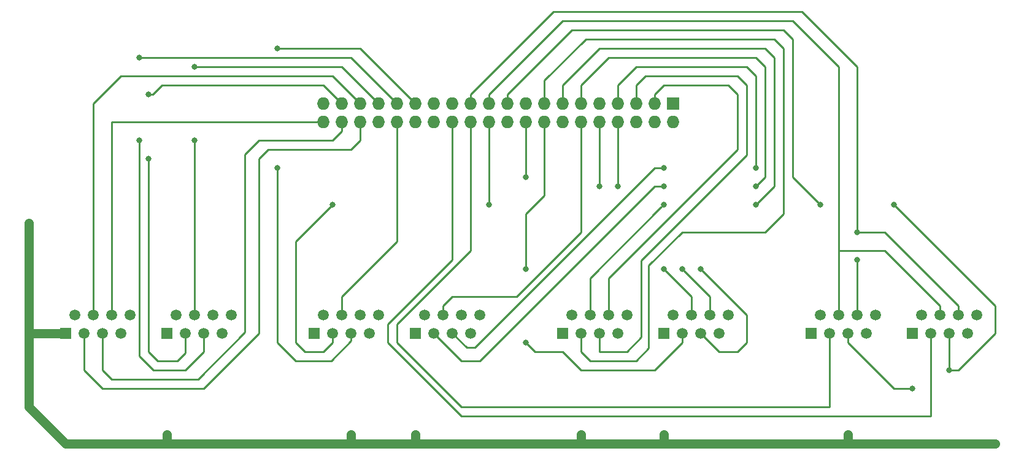
<source format=gbr>
G04 #@! TF.GenerationSoftware,KiCad,Pcbnew,(5.1.5-0-10_14)*
G04 #@! TF.CreationDate,2020-09-01T14:48:47+02:00*
G04 #@! TF.ProjectId,8xrj45,3878726a-3435-42e6-9b69-6361645f7063,rev?*
G04 #@! TF.SameCoordinates,Original*
G04 #@! TF.FileFunction,Copper,L1,Top*
G04 #@! TF.FilePolarity,Positive*
%FSLAX46Y46*%
G04 Gerber Fmt 4.6, Leading zero omitted, Abs format (unit mm)*
G04 Created by KiCad (PCBNEW (5.1.5-0-10_14)) date 2020-09-01 14:48:47*
%MOMM*%
%LPD*%
G04 APERTURE LIST*
%ADD10R,1.500000X1.500000*%
%ADD11C,1.500000*%
%ADD12O,1.727200X1.727200*%
%ADD13R,1.727200X1.727200*%
%ADD14C,0.800000*%
%ADD15C,1.250000*%
%ADD16C,0.250000*%
G04 APERTURE END LIST*
D10*
X195580000Y-88900000D03*
D11*
X196850000Y-86360000D03*
X198120000Y-88900000D03*
X199390000Y-86360000D03*
X200660000Y-88900000D03*
X201930000Y-86360000D03*
X203200000Y-88900000D03*
X204470000Y-86360000D03*
D10*
X181610000Y-88900000D03*
D11*
X182880000Y-86360000D03*
X184150000Y-88900000D03*
X185420000Y-86360000D03*
X186690000Y-88900000D03*
X187960000Y-86360000D03*
X189230000Y-88900000D03*
X190500000Y-86360000D03*
D10*
X127000000Y-88900000D03*
D11*
X128270000Y-86360000D03*
X129540000Y-88900000D03*
X130810000Y-86360000D03*
X132080000Y-88900000D03*
X133350000Y-86360000D03*
X134620000Y-88900000D03*
X135890000Y-86360000D03*
D10*
X113030000Y-88900000D03*
D11*
X114300000Y-86360000D03*
X115570000Y-88900000D03*
X116840000Y-86360000D03*
X118110000Y-88900000D03*
X119380000Y-86360000D03*
X120650000Y-88900000D03*
X121920000Y-86360000D03*
D10*
X229870000Y-88900000D03*
D11*
X231140000Y-86360000D03*
X232410000Y-88900000D03*
X233680000Y-86360000D03*
X234950000Y-88900000D03*
X236220000Y-86360000D03*
X237490000Y-88900000D03*
X238760000Y-86360000D03*
D10*
X215900000Y-88900000D03*
D11*
X217170000Y-86360000D03*
X218440000Y-88900000D03*
X219710000Y-86360000D03*
X220980000Y-88900000D03*
X222250000Y-86360000D03*
X223520000Y-88900000D03*
X224790000Y-86360000D03*
D12*
X148590000Y-59690000D03*
X148590000Y-57150000D03*
X151130000Y-59690000D03*
X151130000Y-57150000D03*
X153670000Y-59690000D03*
X153670000Y-57150000D03*
X156210000Y-59690000D03*
X156210000Y-57150000D03*
X158750000Y-59690000D03*
X158750000Y-57150000D03*
X161290000Y-59690000D03*
X161290000Y-57150000D03*
X163830000Y-59690000D03*
X163830000Y-57150000D03*
X166370000Y-59690000D03*
X166370000Y-57150000D03*
X168910000Y-59690000D03*
X168910000Y-57150000D03*
X171450000Y-59690000D03*
X171450000Y-57150000D03*
X173990000Y-59690000D03*
X173990000Y-57150000D03*
X176530000Y-59690000D03*
X176530000Y-57150000D03*
X179070000Y-59690000D03*
X179070000Y-57150000D03*
X181610000Y-59690000D03*
X181610000Y-57150000D03*
X184150000Y-59690000D03*
X184150000Y-57150000D03*
X186690000Y-59690000D03*
X186690000Y-57150000D03*
X189230000Y-59690000D03*
X189230000Y-57150000D03*
X191770000Y-59690000D03*
X191770000Y-57150000D03*
X194310000Y-59690000D03*
X194310000Y-57150000D03*
X196850000Y-59690000D03*
D13*
X196850000Y-57150000D03*
D10*
X161290000Y-88900000D03*
D11*
X162560000Y-86360000D03*
X163830000Y-88900000D03*
X165100000Y-86360000D03*
X166370000Y-88900000D03*
X167640000Y-86360000D03*
X168910000Y-88900000D03*
X170180000Y-86360000D03*
D10*
X147320000Y-88900000D03*
D11*
X148590000Y-86360000D03*
X149860000Y-88900000D03*
X151130000Y-86360000D03*
X152400000Y-88900000D03*
X153670000Y-86360000D03*
X154940000Y-88900000D03*
X156210000Y-86360000D03*
D14*
X107950000Y-73660000D03*
X161290000Y-102870000D03*
X152400000Y-102870000D03*
X184150000Y-102870000D03*
X195580000Y-102870000D03*
X127000000Y-102870000D03*
X220980000Y-102870000D03*
X124460000Y-55880000D03*
X124460000Y-64769984D03*
X130810000Y-62230000D03*
X130810000Y-52070000D03*
X123190000Y-62230008D03*
X123190000Y-50800000D03*
X195580000Y-68580000D03*
X208280000Y-68580000D03*
X195580000Y-66040000D03*
X208280000Y-66040000D03*
X171450000Y-71120000D03*
X149860000Y-71120000D03*
X142240006Y-66040000D03*
X142240000Y-49530000D03*
X176530000Y-80010000D03*
X176530000Y-90170000D03*
X176530000Y-67310000D03*
X195580000Y-80010000D03*
X189229994Y-68580000D03*
X200660000Y-80010000D03*
X186690000Y-68580000D03*
X198120018Y-80010000D03*
X208280000Y-71120000D03*
X195580000Y-71120000D03*
X217170000Y-71120000D03*
X227330000Y-71120000D03*
X229870000Y-96520012D03*
X234950000Y-93980012D03*
X222250000Y-74930000D03*
X222250000Y-78740000D03*
D15*
X161290000Y-104140000D02*
X161290000Y-104140000D01*
X161290000Y-104140000D02*
X161290000Y-102870000D01*
X152400000Y-104140000D02*
X152400000Y-102870000D01*
X184150000Y-102870000D02*
X184150000Y-104140000D01*
X195580000Y-102870000D02*
X195580000Y-104140000D01*
X195580000Y-104140000D02*
X210820000Y-104140000D01*
X184150000Y-104140000D02*
X195580000Y-104140000D01*
X161290000Y-104140000D02*
X184150000Y-104140000D01*
X152400000Y-104140000D02*
X161290000Y-104140000D01*
X127000000Y-104140000D02*
X127000000Y-102870000D01*
X127000000Y-104140000D02*
X152400000Y-104140000D01*
X116840000Y-104140000D02*
X113030000Y-104140000D01*
X116840000Y-104140000D02*
X127000000Y-104140000D01*
X113030000Y-104140000D02*
X107950000Y-99060000D01*
X220980000Y-102870000D02*
X220980000Y-104140000D01*
X220980000Y-104140000D02*
X241300000Y-104140000D01*
X210820000Y-104140000D02*
X220980000Y-104140000D01*
X107950000Y-88900000D02*
X113030000Y-88900000D01*
X107950000Y-73660000D02*
X107950000Y-88900000D01*
X107950000Y-88900000D02*
X107950000Y-99060000D01*
D16*
X125025685Y-55880000D02*
X124460000Y-55880000D01*
X126295685Y-54610000D02*
X125025685Y-55880000D01*
X148590000Y-54610000D02*
X126295685Y-54610000D01*
X151130000Y-57150000D02*
X148590000Y-54610000D01*
X124460000Y-91440000D02*
X124460000Y-65169983D01*
X124460000Y-65169983D02*
X124460000Y-64769984D01*
X125730000Y-92710000D02*
X124460000Y-91440000D01*
X128428750Y-92710000D02*
X125730000Y-92710000D01*
X129540000Y-91598750D02*
X128428750Y-92710000D01*
X129540000Y-88900000D02*
X129540000Y-91598750D01*
X130810000Y-86360000D02*
X130810000Y-62230000D01*
X156210000Y-57150000D02*
X151130000Y-52070000D01*
X151130000Y-52070000D02*
X131375685Y-52070000D01*
X131375685Y-52070000D02*
X130810000Y-52070000D01*
X158750000Y-57150000D02*
X152400000Y-50800000D01*
X152400000Y-50800000D02*
X123190000Y-50800000D01*
X132080000Y-88900000D02*
X132080000Y-91440000D01*
X123190000Y-62795693D02*
X123190000Y-62230008D01*
X125093590Y-93980000D02*
X123190000Y-92076410D01*
X123190000Y-92076410D02*
X123190000Y-62795693D01*
X129540000Y-93980000D02*
X125093590Y-93980000D01*
X132080000Y-91440000D02*
X129540000Y-93980000D01*
X153670000Y-62230000D02*
X153670000Y-59690000D01*
X140970000Y-63500000D02*
X152400000Y-63500000D01*
X139700000Y-64770000D02*
X140970000Y-63500000D01*
X132080000Y-96520000D02*
X139700000Y-88900000D01*
X152400000Y-63500000D02*
X153670000Y-62230000D01*
X115570000Y-88900000D02*
X115570000Y-93980000D01*
X118110000Y-96520000D02*
X132080000Y-96520000D01*
X115570000Y-93980000D02*
X118110000Y-96520000D01*
X139700000Y-88900000D02*
X139700000Y-64770000D01*
X149860000Y-53340000D02*
X153670000Y-57150000D01*
X120650000Y-53340000D02*
X149860000Y-53340000D01*
X116840000Y-57150000D02*
X120650000Y-53340000D01*
X116840000Y-86360000D02*
X116840000Y-57150000D01*
X149860000Y-62230000D02*
X151130000Y-60960000D01*
X139700000Y-62230000D02*
X149860000Y-62230000D01*
X137773887Y-64156113D02*
X139700000Y-62230000D01*
X137773887Y-88743172D02*
X137773887Y-64156113D01*
X131267059Y-95250000D02*
X137773887Y-88743172D01*
X151130000Y-60960000D02*
X151130000Y-59690000D01*
X119380000Y-95250000D02*
X131267059Y-95250000D01*
X118110000Y-93980000D02*
X119380000Y-95250000D01*
X118110000Y-88900000D02*
X118110000Y-93980000D01*
X119380000Y-59690000D02*
X119380000Y-86360000D01*
X148590000Y-59690000D02*
X119380000Y-59690000D01*
X209550000Y-67310000D02*
X208679999Y-68180001D01*
X187960000Y-50800000D02*
X208280000Y-50800000D01*
X209550000Y-52070000D02*
X209550000Y-67310000D01*
X208280000Y-50800000D02*
X209550000Y-52070000D01*
X208679999Y-68180001D02*
X208280000Y-68580000D01*
X184150000Y-54610000D02*
X187960000Y-50800000D01*
X184150000Y-57150000D02*
X184150000Y-54610000D01*
X194310000Y-68580000D02*
X195580000Y-68580000D01*
X170180000Y-92710000D02*
X194310000Y-68580000D01*
X167640000Y-92710000D02*
X170180000Y-92710000D01*
X163830000Y-88900000D02*
X167640000Y-92710000D01*
X165100000Y-85090000D02*
X165100000Y-86360000D01*
X166370000Y-83820000D02*
X165100000Y-85090000D01*
X175260000Y-83820000D02*
X166370000Y-83820000D01*
X184150000Y-74930000D02*
X175260000Y-83820000D01*
X184150000Y-59690000D02*
X184150000Y-74930000D01*
X168366270Y-90896270D02*
X169453730Y-90896270D01*
X194310000Y-66040000D02*
X195014315Y-66040000D01*
X166370000Y-88900000D02*
X168366270Y-90896270D01*
X195014315Y-66040000D02*
X195580000Y-66040000D01*
X169453730Y-90896270D02*
X194310000Y-66040000D01*
X191770000Y-52070000D02*
X207010000Y-52070000D01*
X208280000Y-65474315D02*
X208280000Y-66040000D01*
X208280000Y-53340000D02*
X208280000Y-65474315D01*
X189230000Y-57150000D02*
X189230000Y-54610000D01*
X207010000Y-52070000D02*
X208280000Y-53340000D01*
X189230000Y-54610000D02*
X191770000Y-52070000D01*
X171450000Y-59690000D02*
X171450000Y-71120000D01*
X148590000Y-91440000D02*
X149860000Y-90170000D01*
X149860000Y-71120000D02*
X144780000Y-76200000D01*
X146050000Y-91440000D02*
X148590000Y-91440000D01*
X144780000Y-90170000D02*
X146050000Y-91440000D01*
X149860000Y-90170000D02*
X149860000Y-88900000D01*
X144780000Y-76200000D02*
X144780000Y-90170000D01*
X158750000Y-59690000D02*
X158750000Y-76200000D01*
X158750000Y-76200000D02*
X151130000Y-83820000D01*
X151130000Y-83820000D02*
X151130000Y-86360000D01*
X153670000Y-49530000D02*
X142240000Y-49530000D01*
X161290000Y-57150000D02*
X153670000Y-49530000D01*
X142240006Y-66605685D02*
X142240006Y-66040000D01*
X142240006Y-90170006D02*
X142240006Y-66605685D01*
X152400000Y-89960660D02*
X149650660Y-92710000D01*
X149650660Y-92710000D02*
X144780000Y-92710000D01*
X144780000Y-92710000D02*
X142240006Y-90170006D01*
X152400000Y-88900000D02*
X152400000Y-89960660D01*
X179070000Y-69850000D02*
X176530000Y-72390000D01*
X176530000Y-72390000D02*
X176530000Y-80010000D01*
X179070000Y-59690000D02*
X179070000Y-69850000D01*
X177800000Y-91440000D02*
X176530000Y-90170000D01*
X194310000Y-93980000D02*
X184150000Y-93980000D01*
X181610000Y-91440000D02*
X177800000Y-91440000D01*
X184150000Y-93980000D02*
X181610000Y-91440000D01*
X198120000Y-90170000D02*
X194310000Y-93980000D01*
X198120000Y-88900000D02*
X198120000Y-90170000D01*
X176530000Y-59690000D02*
X176530000Y-67310000D01*
X199390000Y-83820000D02*
X195580000Y-80010000D01*
X199390000Y-86360000D02*
X199390000Y-83820000D01*
X189230000Y-68579994D02*
X189229994Y-68580000D01*
X189230000Y-59690000D02*
X189230000Y-68579994D01*
X205740000Y-91440000D02*
X207010000Y-90170000D01*
X207010000Y-86360000D02*
X200660000Y-80010000D01*
X207010000Y-90170000D02*
X207010000Y-86360000D01*
X203200000Y-91440000D02*
X205740000Y-91440000D01*
X200660000Y-88900000D02*
X203200000Y-91440000D01*
X186690000Y-60911314D02*
X186690000Y-68580000D01*
X186690000Y-59690000D02*
X186690000Y-60911314D01*
X201930000Y-83820000D02*
X198120018Y-80010018D01*
X198120018Y-80010018D02*
X198120018Y-80010000D01*
X201930000Y-86360000D02*
X201930000Y-83820000D01*
X212090000Y-49530000D02*
X212090000Y-72390000D01*
X193490010Y-79559990D02*
X193490010Y-90989990D01*
X179070000Y-53975000D02*
X184785000Y-48260000D01*
X198120000Y-74930000D02*
X193490010Y-79559990D01*
X209550000Y-74930000D02*
X198120000Y-74930000D01*
X184785000Y-48260000D02*
X210820000Y-48260000D01*
X212090000Y-72390000D02*
X209550000Y-74930000D01*
X210820000Y-48260000D02*
X212090000Y-49530000D01*
X191770000Y-92710000D02*
X185420000Y-92710000D01*
X184150000Y-91440000D02*
X184150000Y-88900000D01*
X185420000Y-92710000D02*
X184150000Y-91440000D01*
X193490010Y-90989990D02*
X191770000Y-92710000D01*
X179070000Y-57150000D02*
X179070000Y-53975000D01*
X210820000Y-68580000D02*
X208679999Y-70720001D01*
X210820000Y-50800000D02*
X210820000Y-68580000D01*
X209550000Y-49530000D02*
X210820000Y-50800000D01*
X181610000Y-54610000D02*
X186690000Y-49530000D01*
X186690000Y-49530000D02*
X209550000Y-49530000D01*
X208679999Y-70720001D02*
X208280000Y-71120000D01*
X181610000Y-57150000D02*
X181610000Y-54610000D01*
X185420000Y-81280000D02*
X195180001Y-71519999D01*
X195180001Y-71519999D02*
X195580000Y-71120000D01*
X185420000Y-86360000D02*
X185420000Y-81280000D01*
X186690000Y-91440000D02*
X186690000Y-88900000D01*
X190500000Y-91440000D02*
X186690000Y-91440000D01*
X207010000Y-64284460D02*
X192474601Y-78819859D01*
X193040000Y-53340000D02*
X205740000Y-53340000D01*
X192474601Y-89465399D02*
X190500000Y-91440000D01*
X207010000Y-54610000D02*
X207010000Y-64284460D01*
X192474601Y-78819859D02*
X192474601Y-89465399D01*
X205740000Y-53340000D02*
X207010000Y-54610000D01*
X191770000Y-54610000D02*
X193040000Y-53340000D01*
X191770000Y-57150000D02*
X191770000Y-54610000D01*
X194310000Y-55880000D02*
X194310000Y-57150000D01*
X195580000Y-54610000D02*
X194310000Y-55880000D01*
X205740000Y-55880000D02*
X204470000Y-54610000D01*
X187960000Y-81280000D02*
X205740000Y-63500000D01*
X204470000Y-54610000D02*
X195580000Y-54610000D01*
X205740000Y-63500000D02*
X205740000Y-55880000D01*
X187960000Y-86360000D02*
X187960000Y-81280000D01*
X166370000Y-78740000D02*
X157480000Y-87630000D01*
X232410000Y-100330000D02*
X232410000Y-88900000D01*
X157480000Y-87630000D02*
X157480000Y-90170000D01*
X166370000Y-59690000D02*
X166370000Y-78740000D01*
X157480000Y-90170000D02*
X167640000Y-100330000D01*
X167640000Y-100330000D02*
X232410000Y-100330000D01*
X233680000Y-85090000D02*
X233680000Y-86360000D01*
X219710000Y-77470000D02*
X226060000Y-77470000D01*
X226060000Y-77470000D02*
X233680000Y-85090000D01*
X219710000Y-86360000D02*
X219710000Y-77470000D01*
X213360000Y-45720000D02*
X219710000Y-52070000D01*
X181610000Y-45720000D02*
X213360000Y-45720000D01*
X219710000Y-52070000D02*
X219710000Y-86360000D01*
X171450000Y-55880000D02*
X181610000Y-45720000D01*
X171450000Y-57150000D02*
X171450000Y-55880000D01*
X220462752Y-88900000D02*
X220980000Y-88900000D01*
X213360000Y-67310000D02*
X217170000Y-71120000D01*
X212090000Y-46990000D02*
X213360000Y-48260000D01*
X182880000Y-46990000D02*
X212090000Y-46990000D01*
X213360000Y-48260000D02*
X213360000Y-67310000D01*
X173990000Y-55880000D02*
X182880000Y-46990000D01*
X173990000Y-57150000D02*
X173990000Y-55880000D01*
X220980000Y-90170000D02*
X227330012Y-96520012D01*
X227330012Y-96520012D02*
X229870000Y-96520012D01*
X220980000Y-88900000D02*
X220980000Y-90170000D01*
X234950000Y-88900000D02*
X234950000Y-93980012D01*
X241300000Y-88900000D02*
X236220000Y-93980000D01*
X241300000Y-85090000D02*
X241300000Y-88900000D01*
X234950012Y-93980000D02*
X234950000Y-93980012D01*
X236220000Y-93980000D02*
X234950012Y-93980000D01*
X227330000Y-71120000D02*
X241300000Y-85090000D01*
X236220000Y-85090000D02*
X226060000Y-74930000D01*
X222815685Y-74930000D02*
X222250000Y-74930000D01*
X226060000Y-74930000D02*
X222815685Y-74930000D01*
X236220000Y-86360000D02*
X236220000Y-85090000D01*
X222250000Y-86360000D02*
X222250000Y-78740000D01*
X222250000Y-74364315D02*
X222250000Y-74930000D01*
X214630000Y-44450000D02*
X222250000Y-52070000D01*
X180340000Y-44450000D02*
X214630000Y-44450000D01*
X168910000Y-55880000D02*
X180340000Y-44450000D01*
X222250000Y-52070000D02*
X222250000Y-74364315D01*
X168910000Y-57150000D02*
X168910000Y-55880000D01*
X168910000Y-59690000D02*
X168910000Y-77470000D01*
X218440000Y-99060000D02*
X218440000Y-88900000D01*
X167640000Y-99060000D02*
X218440000Y-99060000D01*
X158750000Y-87630000D02*
X158750000Y-90170000D01*
X168910000Y-77470000D02*
X158750000Y-87630000D01*
X158750000Y-90170000D02*
X167640000Y-99060000D01*
M02*

</source>
